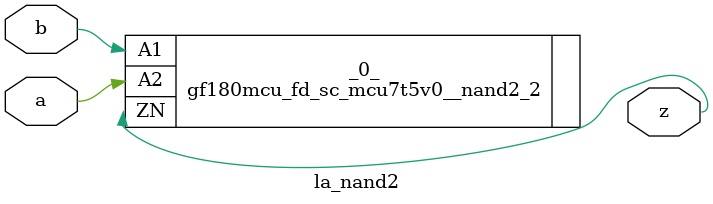
<source format=v>

/* Generated by Yosys 0.44 (git sha1 80ba43d26, g++ 11.4.0-1ubuntu1~22.04 -fPIC -O3) */

(* top =  1  *)
(* src = "inputs/la_nand2.v:10.1-20.10" *)
module la_nand2 (
    a,
    b,
    z
);
  (* src = "inputs/la_nand2.v:13.12-13.13" *)
  input a;
  wire a;
  (* src = "inputs/la_nand2.v:14.12-14.13" *)
  input b;
  wire b;
  (* src = "inputs/la_nand2.v:15.12-15.13" *)
  output z;
  wire z;
  gf180mcu_fd_sc_mcu7t5v0__nand2_2 _0_ (
      .A1(b),
      .A2(a),
      .ZN(z)
  );
endmodule

</source>
